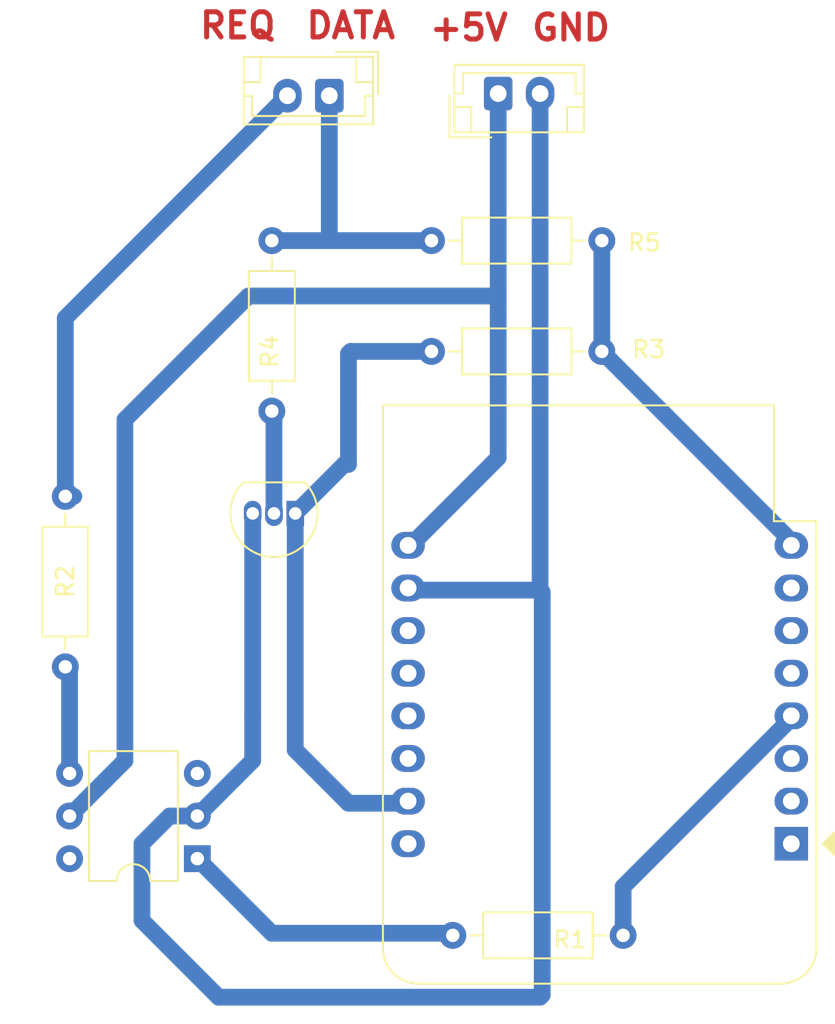
<source format=kicad_pcb>
(kicad_pcb (version 20221018) (generator pcbnew)
  (layers (0 "F.Cu" signal) (31 "B.Cu" signal) (34 "B.Paste" user) (35 "F.Paste" user) (36 "B.SilkS" user "B.Silkscreen") (37 "F.SilkS" user "F.Silkscreen") (38 "B.Mask" user) (39 "F.Mask" user) (44 "Edge.Cuts" user))
  (net 0 "")
  (net 1 "Net-(J1-Pin_1)")
  (net 2 "Net-(J2-Pin_1)")
  (net 3 "Net-(J2-Pin_2)")
  (net 4 "Net-(Q1-C)")
  (net 5 "Net-(Q1-B)")
  (net 6 "Net-(R1-Pad1)")
  (net 7 "Net-(J1-Pin_2)")
  (net 8 "Net-(R2-Pad2)")
  (net 11 "Net-(U2-SCK{slash}D5)")
  (net 12 "Net-(U2-3V3)")
  (footprint "Resistor_THT:R_Axial_DIN0207_L6.3mm_D2.5mm_P10.16mm_Horizontal" (layer "F.Cu") (at 98.044 51.816 180)
    (fp_text reference "R5" (at -2.54 -0.127) (layer "F.SilkS"))
    (fp_text value "10k")
    (fp_line (start 1.04 0) (end 1.81 0) (stroke (width 0.12)) (layer "F.SilkS"))
    (fp_line (start 1.81 -1.37) (end 1.81 1.37) (stroke (width 0.12)) (layer "F.SilkS"))
    (fp_line (start 1.81 1.37) (end 8.35 1.37) (stroke (width 0.12)) (layer "F.SilkS"))
    (fp_line (start 8.35 -1.37) (end 1.81 -1.37) (stroke (width 0.12)) (layer "F.SilkS"))
    (fp_line (start 8.35 1.37) (end 8.35 -1.37) (stroke (width 0.12)) (layer "F.SilkS"))
    (fp_line (start 9.12 0) (end 8.35 0) (stroke (width 0.12)) (layer "F.SilkS"))
    (pad "1" thru_hole circle (at 0 0 180) (size 1.6 1.6) (drill 0.8) (layers "*.Cu" "*.Mask") (net 12 "Net-(U2-3V3)"))
    (pad "2" thru_hole oval (at 10.16 0 180) (size 1.6 1.6) (drill 0.8) (layers "*.Cu" "*.Mask") (net 2 "Net-(J2-Pin_1)"))
  )
  (footprint "Module:WEMOS_D1_mini_light" (layer "F.Cu") (at 109.347 87.757 180)
    (fp_text reference "U2" hide)
    (fp_text value "WeMos_D1_mini")
    (fp_line (start -1.5 19.22) (end -1.5 -6.21) (stroke (width 0.12)) (layer "F.SilkS"))
    (fp_line (start -1.5 19.22) (end 1.04 19.22) (stroke (width 0.12)) (layer "F.SilkS"))
    (fp_line (start 1.04 19.22) (end 1.04 26.12) (stroke (width 0.12)) (layer "F.SilkS"))
    (fp_line (start 1.04 26.12) (end 24.36 26.12) (stroke (width 0.12)) (layer "F.SilkS"))
    (fp_line (start 22.24 -8.34) (end 0.63 -8.34) (stroke (width 0.12)) (layer "F.SilkS"))
    (fp_line (start 24.36 26.12) (end 24.36 -6.21) (stroke (width 0.12)) (layer "F.SilkS"))
    (fp_arc (start -1.5 -6.21) (mid -0.876137 -7.716137) (end 0.63 -8.34) (stroke (width 0.12)) (layer "F.SilkS"))
    (fp_arc (start 22.23 -8.34) (mid 23.736137 -7.716137) (end 24.36 -6.21) (stroke (width 0.12)) (layer "F.SilkS"))
    (fp_poly (pts (xy -2.54 -0.635) (xy -2.54 0.635) (xy -1.905 0)) (stroke (width 0.15)) (fill solid) (layer "F.SilkS"))
    (pad "1" thru_hole rect (at 0 0 180) (size 2 2) (drill 1) (layers "*.Cu" "*.Mask"))
    (pad "2" thru_hole oval (at 0 2.54 180) (size 2 1.6) (drill 1) (layers "*.Cu" "*.Mask"))
    (pad "3" thru_hole oval (at 0 5.08 180) (size 2 1.6) (drill 1) (layers "*.Cu" "*.Mask"))
    (pad "4" thru_hole oval (at 0 7.62 180) (size 2 1.6) (drill 1) (layers "*.Cu" "*.Mask") (net 11 "Net-(U2-SCK{slash}D5)"))
    (pad "5" thru_hole oval (at 0 10.16 180) (size 2 1.6) (drill 1) (layers "*.Cu" "*.Mask"))
    (pad "6" thru_hole oval (at 0 12.7 180) (size 2 1.6) (drill 1) (layers "*.Cu" "*.Mask"))
    (pad "7" thru_hole oval (at 0 15.24 180) (size 2 1.6) (drill 1) (layers "*.Cu" "*.Mask"))
    (pad "8" thru_hole oval (at 0 17.78 180) (size 2 1.6) (drill 1) (layers "*.Cu" "*.Mask") (net 12 "Net-(U2-3V3)"))
    (pad "9" thru_hole oval (at 22.86 17.78 180) (size 2 1.6) (drill 1) (layers "*.Cu" "*.Mask") (net 1 "Net-(J1-Pin_1)"))
    (pad "10" thru_hole oval (at 22.86 15.24 180) (size 2 1.6) (drill 1) (layers "*.Cu" "*.Mask") (net 7 "Net-(J1-Pin_2)"))
    (pad "11" thru_hole oval (at 22.86 12.7 180) (size 2 1.6) (drill 1) (layers "*.Cu" "*.Mask"))
    (pad "12" thru_hole oval (at 22.86 10.16 180) (size 2 1.6) (drill 1) (layers "*.Cu" "*.Mask"))
    (pad "13" thru_hole oval (at 22.86 7.62 180) (size 2 1.6) (drill 1) (layers "*.Cu" "*.Mask"))
    (pad "14" thru_hole oval (at 22.86 5.08 180) (size 2 1.6) (drill 1) (layers "*.Cu" "*.Mask"))
    (pad "15" thru_hole oval (at 22.86 2.54 180) (size 2 1.6) (drill 1) (layers "*.Cu" "*.Mask") (net 4 "Net-(Q1-C)"))
    (pad "16" thru_hole oval (at 22.86 0 180) (size 2 1.6) (drill 1) (layers "*.Cu" "*.Mask"))
  )
  (footprint "Connector_JST:JST_EH_B2B-EH-A_1x02_P2.50mm_Vertical" (layer "F.Cu") (at 81.788 43.18 180)
    (fp_text reference "J2" hide)
    (fp_text value "Conn_01x02_Socket" hide)
    (fp_line (start -2.91 0.11) (end -2.91 2.61) (stroke (width 0.12)) (layer "F.SilkS"))
    (fp_line (start -2.91 2.61) (end -0.41 2.61) (stroke (width 0.12)) (layer "F.SilkS"))
    (fp_line (start -2.61 -1.71) (end -2.61 2.31) (stroke (width 0.12)) (layer "F.SilkS"))
    (fp_line (start -2.61 0) (end -2.11 0) (stroke (width 0.12)) (layer "F.SilkS"))
    (fp_line (start -2.61 0.81) (end -1.61 0.81) (stroke (width 0.12)) (layer "F.SilkS"))
    (fp_line (start -2.61 2.31) (end 5.11 2.31) (stroke (width 0.12)) (layer "F.SilkS"))
    (fp_line (start -2.11 -1.21) (end 4.61 -1.21) (stroke (width 0.12)) (layer "F.SilkS"))
    (fp_line (start -2.11 0) (end -2.11 -1.21) (stroke (width 0.12)) (layer "F.SilkS"))
    (fp_line (start -1.61 0.81) (end -1.61 2.31) (stroke (width 0.12)) (layer "F.SilkS"))
    (fp_line (start 4.11 0.81) (end 4.11 2.31) (stroke (width 0.12)) (layer "F.SilkS"))
    (fp_line (start 4.61 -1.21) (end 4.61 0) (stroke (width 0.12)) (layer "F.SilkS"))
    (fp_line (start 4.61 0) (end 5.11 0) (stroke (width 0.12)) (layer "F.SilkS"))
    (fp_line (start 5.11 -1.71) (end -2.61 -1.71) (stroke (width 0.12)) (layer "F.SilkS"))
    (fp_line (start 5.11 0.81) (end 4.11 0.81) (stroke (width 0.12)) (layer "F.SilkS"))
    (fp_line (start 5.11 2.31) (end 5.11 -1.71) (stroke (width 0.12)) (layer "F.SilkS"))
    (pad "1" thru_hole roundrect (at 0 0 180) (size 1.7 2) (drill 1) (layers "*.Cu" "*.Mask") (roundrect_rratio 0.147059) (net 2 "Net-(J2-Pin_1)"))
    (pad "2" thru_hole oval (at 2.5 0 180) (size 1.7 2) (drill 1) (layers "*.Cu" "*.Mask") (net 3 "Net-(J2-Pin_2)"))
  )
  (footprint "Package_TO_SOT_THT:TO-92_Inline" (layer "F.Cu") (at 79.756 68.072 180)
    (fp_text reference "Q1" hide)
    (fp_text value "BC547")
    (fp_line (start -0.53 1.85) (end 3.07 1.85) (stroke (width 0.12)) (layer "F.SilkS"))
    (fp_arc (start -0.568478 1.838478) (mid -1.132087 -0.994977) (end 1.27 -2.6) (stroke (width 0.12)) (layer "F.SilkS"))
    (fp_arc (start 1.27 -2.6) (mid 3.672087 -0.994977) (end 3.108478 1.838478) (stroke (width 0.12)) (layer "F.SilkS"))
    (pad "1" thru_hole rect (at 0 0 180) (size 1.05 1.5) (drill 0.75) (layers "*.Cu" "*.Mask") (net 4 "Net-(Q1-C)"))
    (pad "2" thru_hole oval (at 1.27 0 180) (size 1.05 1.5) (drill 0.75) (layers "*.Cu" "*.Mask") (net 5 "Net-(Q1-B)"))
    (pad "3" thru_hole oval (at 2.54 0 180) (size 1.05 1.5) (drill 0.75) (layers "*.Cu" "*.Mask") (net 7 "Net-(J1-Pin_2)"))
  )
  (footprint "Package_DIP:DIP-6_W7.62mm" (layer "F.Cu") (at 73.914 88.646 180)
    (fp_text reference "U1" hide)
    (fp_text value "4N25")
    (fp_line (start 1.16 -1.33) (end 1.16 6.41) (stroke (width 0.12)) (layer "F.SilkS"))
    (fp_line (start 1.16 6.41) (end 6.46 6.41) (stroke (width 0.12)) (layer "F.SilkS"))
    (fp_line (start 2.81 -1.33) (end 1.16 -1.33) (stroke (width 0.12)) (layer "F.SilkS"))
    (fp_line (start 6.46 -1.33) (end 4.81 -1.33) (stroke (width 0.12)) (layer "F.SilkS"))
    (fp_line (start 6.46 6.41) (end 6.46 -1.33) (stroke (width 0.12)) (layer "F.SilkS"))
    (fp_arc (start 4.81 -1.33) (mid 3.81 -0.33) (end 2.81 -1.33) (stroke (width 0.12)) (layer "F.SilkS"))
    (pad "1" thru_hole rect (at 0 0 180) (size 1.6 1.6) (drill 0.8) (layers "*.Cu" "*.Mask") (net 6 "Net-(R1-Pad1)"))
    (pad "2" thru_hole oval (at 0 2.54 180) (size 1.6 1.6) (drill 0.8) (layers "*.Cu" "*.Mask") (net 7 "Net-(J1-Pin_2)"))
    (pad "3" thru_hole oval (at 0 5.08 180) (size 1.6 1.6) (drill 0.8) (layers "*.Cu" "*.Mask"))
    (pad "4" thru_hole oval (at 7.62 5.08 180) (size 1.6 1.6) (drill 0.8) (layers "*.Cu" "*.Mask") (net 8 "Net-(R2-Pad2)"))
    (pad "5" thru_hole oval (at 7.62 2.54 180) (size 1.6 1.6) (drill 0.8) (layers "*.Cu" "*.Mask") (net 1 "Net-(J1-Pin_1)"))
    (pad "6" thru_hole oval (at 7.62 0 180) (size 1.6 1.6) (drill 0.8) (layers "*.Cu" "*.Mask"))
  )
  (footprint "Resistor_THT:R_Axial_DIN0207_L6.3mm_D2.5mm_P10.16mm_Horizontal" (layer "F.Cu") (at 78.359 51.816 -90)
    (fp_text reference "R4" (at 6.604 0.127 90) (layer "F.SilkS"))
    (fp_text value "1k")
    (fp_line (start 1.04 0) (end 1.81 0) (stroke (width 0.12)) (layer "F.SilkS"))
    (fp_line (start 1.81 -1.37) (end 1.81 1.37) (stroke (width 0.12)) (layer "F.SilkS"))
    (fp_line (start 1.81 1.37) (end 8.35 1.37) (stroke (width 0.12)) (layer "F.SilkS"))
    (fp_line (start 8.35 -1.37) (end 1.81 -1.37) (stroke (width 0.12)) (layer "F.SilkS"))
    (fp_line (start 8.35 1.37) (end 8.35 -1.37) (stroke (width 0.12)) (layer "F.SilkS"))
    (fp_line (start 9.12 0) (end 8.35 0) (stroke (width 0.12)) (layer "F.SilkS"))
    (pad "1" thru_hole circle (at 0 0 270) (size 1.6 1.6) (drill 0.8) (layers "*.Cu" "*.Mask") (net 2 "Net-(J2-Pin_1)"))
    (pad "2" thru_hole oval (at 10.16 0 270) (size 1.6 1.6) (drill 0.8) (layers "*.Cu" "*.Mask") (net 5 "Net-(Q1-B)"))
  )
  (footprint "Resistor_THT:R_Axial_DIN0207_L6.3mm_D2.5mm_P10.16mm_Horizontal" (layer "F.Cu") (at 87.884 58.42)
    (fp_text reference "R3" (at 12.954 -0.127) (layer "F.SilkS"))
    (fp_text value "10k")
    (fp_line (start 1.04 0) (end 1.81 0) (stroke (width 0.12)) (layer "F.SilkS"))
    (fp_line (start 1.81 -1.37) (end 1.81 1.37) (stroke (width 0.12)) (layer "F.SilkS"))
    (fp_line (start 1.81 1.37) (end 8.35 1.37) (stroke (width 0.12)) (layer "F.SilkS"))
    (fp_line (start 8.35 -1.37) (end 1.81 -1.37) (stroke (width 0.12)) (layer "F.SilkS"))
    (fp_line (start 8.35 1.37) (end 8.35 -1.37) (stroke (width 0.12)) (layer "F.SilkS"))
    (fp_line (start 9.12 0) (end 8.35 0) (stroke (width 0.12)) (layer "F.SilkS"))
    (pad "1" thru_hole circle (at 0 0) (size 1.6 1.6) (drill 0.8) (layers "*.Cu" "*.Mask") (net 4 "Net-(Q1-C)"))
    (pad "2" thru_hole oval (at 10.16 0) (size 1.6 1.6) (drill 0.8) (layers "*.Cu" "*.Mask") (net 12 "Net-(U2-3V3)"))
  )
  (footprint "Resistor_THT:R_Axial_DIN0207_L6.3mm_D2.5mm_P10.16mm_Horizontal" (layer "F.Cu") (at 89.154 93.218)
    (fp_text reference "R1" (at 6.985 0.254) (layer "F.SilkS"))
    (fp_text value "330")
    (fp_line (start 1.04 0) (end 1.81 0) (stroke (width 0.12)) (layer "F.SilkS"))
    (fp_line (start 1.81 -1.37) (end 1.81 1.37) (stroke (width 0.12)) (layer "F.SilkS"))
    (fp_line (start 1.81 1.37) (end 8.35 1.37) (stroke (width 0.12)) (layer "F.SilkS"))
    (fp_line (start 8.35 -1.37) (end 1.81 -1.37) (stroke (width 0.12)) (layer "F.SilkS"))
    (fp_line (start 8.35 1.37) (end 8.35 -1.37) (stroke (width 0.12)) (layer "F.SilkS"))
    (fp_line (start 9.12 0) (end 8.35 0) (stroke (width 0.12)) (layer "F.SilkS"))
    (pad "1" thru_hole circle (at 0 0) (size 1.6 1.6) (drill 0.8) (layers "*.Cu" "*.Mask") (net 6 "Net-(R1-Pad1)"))
    (pad "2" thru_hole oval (at 10.16 0) (size 1.6 1.6) (drill 0.8) (layers "*.Cu" "*.Mask") (net 11 "Net-(U2-SCK{slash}D5)"))
  )
  (footprint "Connector_JST:JST_EH_B2B-EH-A_1x02_P2.50mm_Vertical" (layer "F.Cu") (at 91.861 43.053)
    (fp_text reference "J1" hide)
    (fp_text value "Conn_01x02_Socket" hide)
    (fp_line (start -2.91 0.11) (end -2.91 2.61) (stroke (width 0.12)) (layer "F.SilkS"))
    (fp_line (start -2.91 2.61) (end -0.41 2.61) (stroke (width 0.12)) (layer "F.SilkS"))
    (fp_line (start -2.61 -1.71) (end -2.61 2.31) (stroke (width 0.12)) (layer "F.SilkS"))
    (fp_line (start -2.61 0) (end -2.11 0) (stroke (width 0.12)) (layer "F.SilkS"))
    (fp_line (start -2.61 0.81) (end -1.61 0.81) (stroke (width 0.12)) (layer "F.SilkS"))
    (fp_line (start -2.61 2.31) (end 5.11 2.31) (stroke (width 0.12)) (layer "F.SilkS"))
    (fp_line (start -2.11 -1.21) (end 4.61 -1.21) (stroke (width 0.12)) (layer "F.SilkS"))
    (fp_line (start -2.11 0) (end -2.11 -1.21) (stroke (width 0.12)) (layer "F.SilkS"))
    (fp_line (start -1.61 0.81) (end -1.61 2.31) (stroke (width 0.12)) (layer "F.SilkS"))
    (fp_line (start 4.11 0.81) (end 4.11 2.31) (stroke (width 0.12)) (layer "F.SilkS"))
    (fp_line (start 4.61 -1.21) (end 4.61 0) (stroke (width 0.12)) (layer "F.SilkS"))
    (fp_line (start 4.61 0) (end 5.11 0) (stroke (width 0.12)) (layer "F.SilkS"))
    (fp_line (start 5.11 -1.71) (end -2.61 -1.71) (stroke (width 0.12)) (layer "F.SilkS"))
    (fp_line (start 5.11 0.81) (end 4.11 0.81) (stroke (width 0.12)) (layer "F.SilkS"))
    (fp_line (start 5.11 2.31) (end 5.11 -1.71) (stroke (width 0.12)) (layer "F.SilkS"))
    (pad "1" thru_hole roundrect (at 0 0) (size 1.7 2) (drill 1) (layers "*.Cu" "*.Mask") (roundrect_rratio 0.147059) (net 1 "Net-(J1-Pin_1)"))
    (pad "2" thru_hole oval (at 2.5 0) (size 1.7 2) (drill 1) (layers "*.Cu" "*.Mask") (net 7 "Net-(J1-Pin_2)"))
  )
  (footprint "Resistor_THT:R_Axial_DIN0207_L6.3mm_D2.5mm_P10.16mm_Horizontal" (layer "F.Cu") (at 66.04 67.056 -90)
    (fp_text reference "R2" (at 5.08 0 90) (layer "F.SilkS"))
    (fp_text value "100")
    (fp_line (start 1.04 0) (end 1.81 0) (stroke (width 0.12)) (layer "F.SilkS"))
    (fp_line (start 1.81 -1.37) (end 1.81 1.37) (stroke (width 0.12)) (layer "F.SilkS"))
    (fp_line (start 1.81 1.37) (end 8.35 1.37) (stroke (width 0.12)) (layer "F.SilkS"))
    (fp_line (start 8.35 -1.37) (end 1.81 -1.37) (stroke (width 0.12)) (layer "F.SilkS"))
    (fp_line (start 8.35 1.37) (end 8.35 -1.37) (stroke (width 0.12)) (layer "F.SilkS"))
    (fp_line (start 9.12 0) (end 8.35 0) (stroke (width 0.12)) (layer "F.SilkS"))
    (pad "1" thru_hole circle (at 0 0 270) (size 1.6 1.6) (drill 0.8) (layers "*.Cu" "*.Mask") (net 3 "Net-(J2-Pin_2)"))
    (pad "2" thru_hole oval (at 10.16 0 270) (size 1.6 1.6) (drill 0.8) (layers "*.Cu" "*.Mask") (net 8 "Net-(R2-Pad2)"))
  )
  (gr_text "REQ" (at 73.914 39.878) (layer "F.Cu") (effects (font (size 1.5 1.5) (thickness 0.3) bold) (justify left bottom)))
  (gr_text "DATA" (at 80.264 39.878) (layer "F.Cu") (effects (font (size 1.5 1.5) (thickness 0.3) bold) (justify left bottom)))
  (gr_text "GND" (at 93.726 40.005) (layer "F.Cu") (effects (font (size 1.5 1.5) (thickness 0.3) bold) (justify left bottom)))
  (gr_text "+5V" (at 87.63 40.005) (layer "F.Cu") (effects (font (size 1.5 1.5) (thickness 0.3) bold) (justify left bottom)))
  (segment (start 69.596 82.804) (end 69.596 62.484) (width 1) (layer "B.Cu") (net 1))
  (segment (start 91.861 56.388) (end 91.861 64.753) (width 1) (layer "B.Cu") (net 1))
  (segment (start 91.948 43.14) (end 91.861 43.053) (width 1) (layer "B.Cu") (net 1))
  (segment (start 91.861 64.753) (end 86.51 70.104) (width 1) (layer "B.Cu") (net 1))
  (segment (start 91.861 55.118) (end 91.861 56.388) (width 1) (layer "B.Cu") (net 1))
  (segment (start 76.962 55.118) (end 91.861 55.118) (width 1) (layer "B.Cu") (net 1))
  (segment (start 91.861 43.053) (end 91.861 55.118) (width 1) (layer "B.Cu") (net 1))
  (segment (start 69.596 62.484) (end 76.962 55.118) (width 1) (layer "B.Cu") (net 1))
  (segment (start 66.294 86.106) (end 69.596 82.804) (width 1) (layer "B.Cu") (net 1))
  (segment (start 81.788 51.816) (end 81.788 43.18) (width 1) (layer "B.Cu") (net 2))
  (segment (start 87.884 51.816) (end 81.788 51.816) (width 1) (layer "B.Cu") (net 2))
  (segment (start 78.232 51.816) (end 81.788 51.816) (width 1) (layer "B.Cu") (net 2))
  (segment (start 66.04 56.428) (end 79.288 43.18) (width 1) (layer "B.Cu") (net 3))
  (segment (start 66.04 67.056) (end 66.04 56.428) (width 1) (layer "B.Cu") (net 3))
  (segment (start 66.04 67.056) (end 66.548 67.056) (width 1) (layer "B.Cu") (net 3))
  (segment (start 83.058 58.42) (end 87.884 58.42) (width 1) (layer "B.Cu") (net 4))
  (segment (start 82.931 65.151) (end 82.931 58.547) (width 1) (layer "B.Cu") (net 4))
  (segment (start 86.51 85.344) (end 82.931 85.344) (width 1) (layer "B.Cu") (net 4))
  (segment (start 82.931 85.344) (end 79.756 82.169) (width 1) (layer "B.Cu") (net 4))
  (segment (start 79.756 82.169) (end 79.756 68.072) (width 1) (layer "B.Cu") (net 4))
  (segment (start 79.756 68.072) (end 82.677 65.151) (width 1) (layer "B.Cu") (net 4))
  (segment (start 82.931 58.547) (end 83.058 58.42) (width 1) (layer "B.Cu") (net 4))
  (segment (start 82.677 65.151) (end 82.931 65.151) (width 1) (layer "B.Cu") (net 4))
  (segment (start 78.486 68.072) (end 78.486 62.23) (width 1) (layer "B.Cu") (net 5))
  (segment (start 78.486 62.23) (end 78.232 61.976) (width 1) (layer "B.Cu") (net 5))
  (segment (start 78.359 93.091) (end 73.914 88.646) (width 1) (layer "B.Cu") (net 6))
  (segment (start 89.154 93.091) (end 78.359 93.091) (width 1) (layer "B.Cu") (net 6))
  (segment (start 77.216 80.01) (end 77.216 68.072) (width 1) (layer "B.Cu") (net 7))
  (segment (start 94.361 72.644) (end 94.361 43.053) (width 1) (layer "B.Cu") (net 7))
  (segment (start 73.914 86.106) (end 77.216 82.804) (width 1) (layer "B.Cu") (net 7))
  (segment (start 86.51 72.644) (end 94.361 72.644) (width 1) (layer "B.Cu") (net 7))
  (segment (start 70.612 92.329) (end 75.184 96.901) (width 1) (layer "B.Cu") (net 7))
  (segment (start 73.914 86.106) (end 72.263 86.106) (width 1) (layer "B.Cu") (net 7))
  (segment (start 94.488 72.771) (end 94.361 72.644) (width 1) (layer "B.Cu") (net 7))
  (segment (start 70.612 87.757) (end 70.612 92.329) (width 1) (layer "B.Cu") (net 7))
  (segment (start 77.216 82.804) (end 77.216 80.01) (width 1) (layer "B.Cu") (net 7))
  (segment (start 75.184 96.901) (end 94.361 96.901) (width 1) (layer "B.Cu") (net 7))
  (segment (start 72.263 86.106) (end 70.612 87.757) (width 1) (layer "B.Cu") (net 7))
  (segment (start 94.361 96.901) (end 94.488 96.774) (width 1) (layer "B.Cu") (net 7))
  (segment (start 94.488 96.774) (end 94.488 72.771) (width 1) (layer "B.Cu") (net 7))
  (segment (start 66.294 77.47) (end 66.04 77.216) (width 1) (layer "B.Cu") (net 8))
  (segment (start 66.294 83.566) (end 66.294 77.47) (width 1) (layer "B.Cu") (net 8))
  (segment (start 99.314 90.32) (end 99.314 93.091) (width 1) (layer "B.Cu") (net 11))
  (segment (start 109.37 80.264) (end 99.314 90.32) (width 1) (layer "B.Cu") (net 11))
  (segment (start 98.044 58.42) (end 98.044 51.816) (width 1) (layer "B.Cu") (net 12))
  (segment (start 109.37 69.746) (end 98.044 58.42) (width 1) (layer "B.Cu") (net 12))
  (segment (start 109.37 70.104) (end 109.37 69.746) (width 1) (layer "B.Cu") (net 12))
)
</source>
